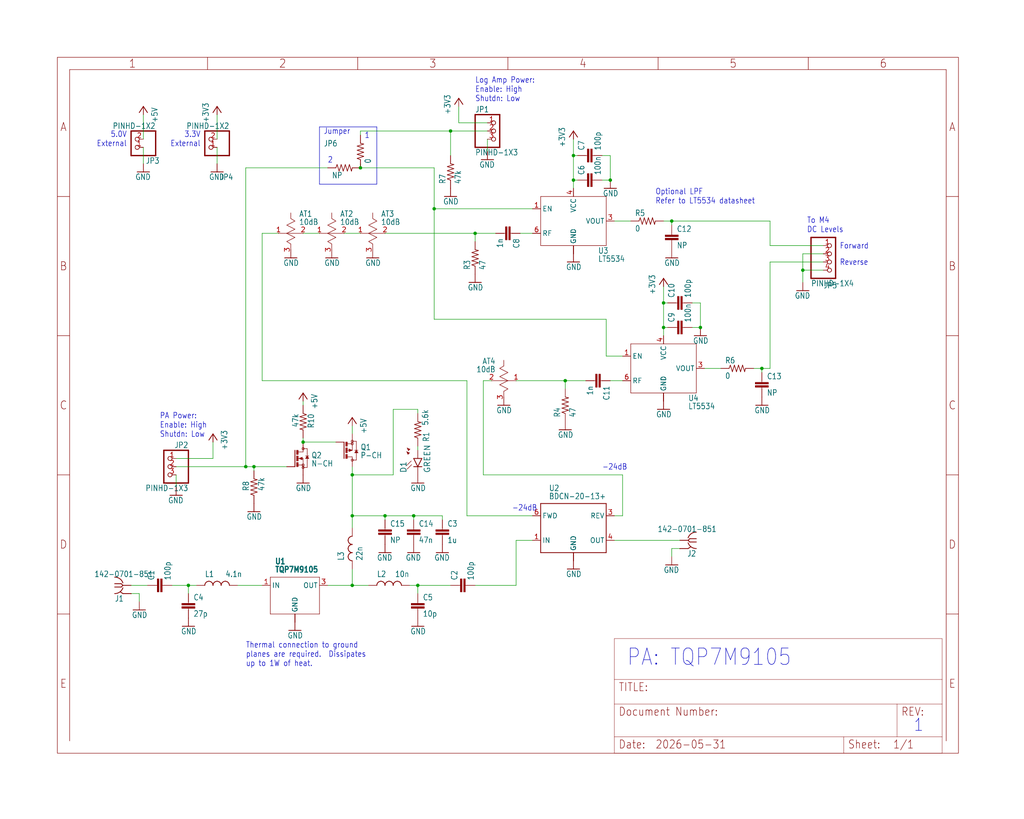
<source format=kicad_sch>
(kicad_sch (version 20250114) (generator "eeschema") (generator_version "9.0")
  (paper "User" 317.5 254.127)
  (lib_symbols
    (symbol "amp-PA-TQP7M9105-with-detect-eagle-import:+3V3" (power)
      (symbol "+3V3_1_0"
        (pin power_in line (at 0 -2.54 90) (length 2.54) (name "+3V3") (number "1"))
      )
    )
    (symbol "amp-PA-TQP7M9105-with-detect-eagle-import:+5V" (power)
      (symbol "+5V_1_0"
        (pin power_in line (at 0 -2.54 90) (length 2.54) (name "+5V") (number "1"))
      )
    )
    (symbol "amp-PA-TQP7M9105-with-detect-eagle-import:142-0701-851"
      (property "Reference" "J" (at -2.54 -5.08 0))
      (symbol "142-0701-851_1_0"
        (pin bidirectional line (at 2.54 0 180) (length 0) (name "RF") (number "RF1"))
        (pin bidirectional line (at 2.54 -2.54 180) (length 0) (name "GND") (number "GND1"))
        (pin bidirectional line (at 2.54 -2.54 180) (length 0) (name "GND") (number "GND2"))
        (pin bidirectional line (at 2.54 -2.54 180) (length 0) (name "GND") (number "GND3"))
        (pin bidirectional line (at 2.54 -2.54 180) (length 0) (name "GND") (number "GND4"))
      )
    )
    (symbol "amp-PA-TQP7M9105-with-detect-eagle-import:BDCN-20-13+"
      (property "Reference" "U" (at 6.35 -10.16 0))
      (symbol "BDCN-20-13+_1_0"
        (pin output line (at -12.7 3.81 0) (length 2.54) (name "FWD") (number "6"))
        (pin input line (at -12.7 -3.81 0) (length 2.54) (name "IN") (number "1"))
        (pin power_in line (at 0 -10.16 90) (length 2.54) (name "GND") (number "2"))
        (pin power_in line (at 0 -10.16 90) (length 2.54) (name "GND") (number "5"))
        (pin output line (at 12.7 3.81 180) (length 2.54) (name "REV") (number "3"))
        (pin output line (at 12.7 -3.81 180) (length 2.54) (name "OUT") (number "4"))
      )
    )
    (symbol "amp-PA-TQP7M9105-with-detect-eagle-import:BSS123"
      (property "Reference" "Q" (at 2.54 0 0))
      (symbol "BSS123_1_0"
        (pin passive line (at -5.08 -2.54 0) (length 2.54) (name "G") (number "1"))
        (pin passive line (at 0 5.08 270) (length 2.54) (name "D") (number "3"))
        (pin passive line (at 0 -5.08 90) (length 2.54) (name "S") (number "2"))
      )
    )
    (symbol "amp-PA-TQP7M9105-with-detect-eagle-import:BSS84"
      (property "Reference" "Q" (at 2.54 0 0))
      (symbol "BSS84_1_0"
        (pin passive line (at -5.08 2.54 0) (length 2.54) (name "G") (number "1"))
        (pin passive line (at 0 5.08 270) (length 2.54) (name "S") (number "2"))
        (pin passive line (at 0 -5.08 90) (length 2.54) (name "D") (number "3"))
      )
    )
    (symbol "amp-PA-TQP7M9105-with-detect-eagle-import:C-EU0402-C-NOSILK"
      (property "Reference" "C" (at 1.524 0.381 0))
      (symbol "C-EU0402-C-NOSILK_1_0"
        (pin passive line (at 0 2.54 270) (length 2.54) (name "1") (number "1"))
        (pin passive line (at 0 -5.08 90) (length 2.54) (name "2") (number "2"))
      )
    )
    (symbol "amp-PA-TQP7M9105-with-detect-eagle-import:C-EU0603-B-NOSILK"
      (property "Reference" "C" (at 1.524 0.381 0))
      (symbol "C-EU0603-B-NOSILK_1_0"
        (pin passive line (at 0 2.54 270) (length 2.54) (name "1") (number "1"))
        (pin passive line (at 0 -5.08 90) (length 2.54) (name "2") (number "2"))
      )
    )
    (symbol "amp-PA-TQP7M9105-with-detect-eagle-import:C-EU0603-C-NOSILK"
      (property "Reference" "C" (at 1.524 0.381 0))
      (symbol "C-EU0603-C-NOSILK_1_0"
        (pin passive line (at 0 2.54 270) (length 2.54) (name "1") (number "1"))
        (pin passive line (at 0 -5.08 90) (length 2.54) (name "2") (number "2"))
      )
    )
    (symbol "amp-PA-TQP7M9105-with-detect-eagle-import:FRAME_A_L"
      (symbol "FRAME_A_L_1_0"
        (text "A" (at 1.905 194.31 0) (effects (font (size 2.54 2.286))))
        (text "B" (at 1.905 151.13 0) (effects (font (size 2.54 2.286))))
        (text "C" (at 1.905 107.95 0) (effects (font (size 2.54 2.286))))
        (text "D" (at 1.905 64.77 0) (effects (font (size 2.54 2.286))))
        (text "E" (at 1.905 21.59 0) (effects (font (size 2.54 2.286))))
        (text "1" (at 23.2833 213.995 0) (effects (font (size 2.54 2.286))))
        (text "2" (at 69.85 213.995 0) (effects (font (size 2.54 2.286))))
        (text "3" (at 116.4167 213.995 0) (effects (font (size 2.54 2.286))))
        (text "4" (at 162.9833 213.995 0) (effects (font (size 2.54 2.286))))
        (text "5" (at 209.55 213.995 0) (effects (font (size 2.54 2.286))))
        (text "6" (at 256.1167 213.995 0) (effects (font (size 2.54 2.286))))
        (text "A" (at 277.495 194.31 0) (effects (font (size 2.54 2.286))))
        (text "B" (at 277.495 151.13 0) (effects (font (size 2.54 2.286))))
        (text "C" (at 277.495 107.95 0) (effects (font (size 2.54 2.286))))
        (text "D" (at 277.495 64.77 0) (effects (font (size 2.54 2.286))))
        (text "E" (at 277.495 21.59 0) (effects (font (size 2.54 2.286))))
      )
      (symbol "FRAME_A_L_2_0"
        (text "TITLE:" (at 1.27 19.05 0) (effects (font (size 2.54 2.159)) (justify left bottom)))
        (text "Document Number:" (at 1.27 11.43 0) (effects (font (size 2.54 2.159)) (justify left bottom)))
        (text "Date:" (at 1.27 1.27 0) (effects (font (size 2.54 2.159)) (justify left bottom)))
        (text "${CURRENT_DATE}" (at 12.7 1.27 0) (effects (font (size 2.54 2.159)) (justify left bottom)))
        (text "${PROJECTNAME}" (at 17.78 19.05 0) (effects (font (size 2.54 2.159)) (justify left bottom)))
        (text "Sheet:" (at 72.39 1.27 0) (effects (font (size 2.54 2.159)) (justify left bottom)))
        (text "${#}/${##}" (at 86.36 1.27 0) (effects (font (size 2.54 2.159)) (justify left bottom)))
        (text "REV:" (at 88.9 11.43 0) (effects (font (size 2.54 2.159)) (justify left bottom)))
      )
    )
    (symbol "amp-PA-TQP7M9105-with-detect-eagle-import:GND" (power)
      (symbol "GND_1_0"
        (pin power_in line (at 0 2.54 270) (length 2.54) (name "GND") (number "1"))
      )
    )
    (symbol "amp-PA-TQP7M9105-with-detect-eagle-import:L-US0402-C-NOSILK"
      (property "Reference" "L" (at -5.08 2.54 0))
      (symbol "L-US0402-C-NOSILK_1_0"
        (pin passive line (at -7.62 0 0) (length 2.54) (name "1") (number "1"))
        (pin passive line (at 5.08 0 180) (length 2.54) (name "2") (number "2"))
      )
    )
    (symbol "amp-PA-TQP7M9105-with-detect-eagle-import:L-US0603-C-NOSILK"
      (property "Reference" "L" (at -5.08 2.54 0))
      (symbol "L-US0603-C-NOSILK_1_0"
        (pin passive line (at -7.62 0 0) (length 2.54) (name "1") (number "1"))
        (pin passive line (at 5.08 0 180) (length 2.54) (name "2") (number "2"))
      )
    )
    (symbol "amp-PA-TQP7M9105-with-detect-eagle-import:L-US0805-C-NOSILK"
      (property "Reference" "L" (at -5.08 2.54 0))
      (symbol "L-US0805-C-NOSILK_1_0"
        (pin passive line (at -7.62 0 0) (length 2.54) (name "1") (number "1"))
        (pin passive line (at 5.08 0 180) (length 2.54) (name "2") (number "2"))
      )
    )
    (symbol "amp-PA-TQP7M9105-with-detect-eagle-import:LED-GREEN0603"
      (property "Reference" "D" (at -3.429 -4.572 90))
      (symbol "LED-GREEN0603_1_0"
        (pin passive line (at 0 2.54 270) (length 2.54) (name "A") (number "A"))
        (pin passive line (at 0 -5.08 90) (length 2.54) (name "C") (number "C"))
      )
    )
    (symbol "amp-PA-TQP7M9105-with-detect-eagle-import:LT5534"
      (property "Reference" "U" (at 7.62 -10.16 0))
      (symbol "LT5534_1_0"
        (pin input line (at -12.7 3.81 0) (length 2.54) (name "EN") (number "1"))
        (pin input line (at -12.7 -3.81 0) (length 2.54) (name "RF") (number "6"))
        (pin power_in line (at 0 10.16 270) (length 2.54) (name "VCC") (number "4"))
        (pin power_in line (at 0 -10.16 90) (length 2.54) (name "GND") (number "2"))
        (pin power_in line (at 0 -10.16 90) (length 2.54) (name "GND") (number "5"))
        (pin output line (at 12.7 0 180) (length 2.54) (name "VOUT") (number "3"))
      )
    )
    (symbol "amp-PA-TQP7M9105-with-detect-eagle-import:PAT0816"
      (property "Reference" "AT" (at 2.54 5.08 0))
      (symbol "PAT0816_1_0"
        (pin bidirectional line (at -3.81 0 0) (length 0) (name "1") (number "1"))
        (pin power_in line (at 0 -5.08 90) (length 0) (name "GND") (number "3"))
        (pin bidirectional line (at 3.81 0 180) (length 0) (name "2") (number "2"))
      )
    )
    (symbol "amp-PA-TQP7M9105-with-detect-eagle-import:PAT1220"
      (property "Reference" "AT" (at 2.54 5.08 0))
      (symbol "PAT1220_1_0"
        (pin bidirectional line (at -3.81 0 0) (length 0) (name "1") (number "1"))
        (pin power_in line (at 0 -5.08 90) (length 0) (name "GND") (number "3"))
        (pin bidirectional line (at 3.81 0 180) (length 0) (name "2") (number "2"))
      )
    )
    (symbol "amp-PA-TQP7M9105-with-detect-eagle-import:PINHD-1X2"
      (property "Reference" "JP" (at -6.35 5.715 0))
      (symbol "PINHD-1X2_1_0"
        (pin passive inverted (at -2.54 2.54 0) (length 2.54) (name "1") (number "1"))
        (pin passive inverted (at -2.54 0 0) (length 2.54) (name "2") (number "2"))
      )
    )
    (symbol "amp-PA-TQP7M9105-with-detect-eagle-import:PINHD-1X3"
      (property "Reference" "JP" (at -6.35 5.715 0))
      (symbol "PINHD-1X3_1_0"
        (pin passive inverted (at -2.54 2.54 0) (length 2.54) (name "1") (number "1"))
        (pin passive inverted (at -2.54 0 0) (length 2.54) (name "2") (number "2"))
        (pin passive inverted (at -2.54 -2.54 0) (length 2.54) (name "3") (number "3"))
      )
    )
    (symbol "amp-PA-TQP7M9105-with-detect-eagle-import:PINHD-1X4"
      (property "Reference" "JP" (at -6.35 8.255 0))
      (symbol "PINHD-1X4_1_0"
        (pin passive inverted (at -2.54 5.08 0) (length 2.54) (name "1") (number "1"))
        (pin passive inverted (at -2.54 2.54 0) (length 2.54) (name "2") (number "2"))
        (pin passive inverted (at -2.54 0 0) (length 2.54) (name "3") (number "3"))
        (pin passive inverted (at -2.54 -2.54 0) (length 2.54) (name "4") (number "4"))
      )
    )
    (symbol "amp-PA-TQP7M9105-with-detect-eagle-import:R-US_0402-B-NOSILK"
      (property "Reference" "R" (at -3.81 1.4986 0))
      (symbol "R-US_0402-B-NOSILK_1_0"
        (pin passive line (at -5.08 0 0) (length 2.54) (name "1") (number "1"))
        (pin passive line (at 5.08 0 180) (length 2.54) (name "2") (number "2"))
      )
    )
    (symbol "amp-PA-TQP7M9105-with-detect-eagle-import:R-US_0402-C-NOSILK"
      (property "Reference" "R" (at -3.81 1.4986 0))
      (symbol "R-US_0402-C-NOSILK_1_0"
        (pin passive line (at -5.08 0 0) (length 2.54) (name "1") (number "1"))
        (pin passive line (at 5.08 0 180) (length 2.54) (name "2") (number "2"))
      )
    )
    (symbol "amp-PA-TQP7M9105-with-detect-eagle-import:R-US_0603-B-NOSILK"
      (property "Reference" "R" (at -3.81 1.4986 0))
      (symbol "R-US_0603-B-NOSILK_1_0"
        (pin passive line (at -5.08 0 0) (length 2.54) (name "1") (number "1"))
        (pin passive line (at 5.08 0 180) (length 2.54) (name "2") (number "2"))
      )
    )
    (symbol "amp-PA-TQP7M9105-with-detect-eagle-import:TQP7M9105"
      (property "Reference" "U" (at -2.54 7.62 0))
      (symbol "TQP7M9105_1_0"
        (pin bidirectional line (at -10.16 3.81 0) (length 2.54) (name "IN") (number "1"))
        (pin power_in line (at 0 -7.62 90) (length 2.54) (name "GND") (number "2"))
        (pin power_in line (at 0 -7.62 90) (length 2.54) (name "GND") (number "PAD"))
        (pin bidirectional line (at 10.16 3.81 180) (length 2.54) (name "OUT") (number "3"))
      )
    )
    (symbol "amp-PA-TQP7M9105-with-detect-eagle-import:supply1_371_GND" (power)
      (symbol "supply1_371_GND_1_0"
        (pin power_in line (at 0 2.54 270) (length 2.54) (name "GND") (number "1"))
      )
    )
  )
  (text "PA: TQP7M9105" (at 194.31 207.01 0) (effects (font (size 5.08 4.318)) (justify left bottom)))
  (text "1" (at 113.03 43.18 0) (effects (font (size 1.778 1.5113)) (justify left bottom)))
  (text "To M4\nDC Levels" (at 250.19 72.39 0) (effects (font (size 1.778 1.5113)) (justify left bottom)))
  (text "2" (at 101.6 50.8 0) (effects (font (size 1.778 1.5113)) (justify left bottom)))
  (text "-24dB" (at 186.69 146.05 0) (effects (font (size 1.778 1.5113)) (justify left bottom)))
  (text "Forward" (at 260.35 77.47 0) (effects (font (size 1.778 1.5113)) (justify left bottom)))
  (text "PA Power:\nEnable: High\nShutdn: Low" (at 49.53 135.89 0) (effects (font (size 1.778 1.5113)) (justify left bottom)))
  (text "Optional LPF\nRefer to LT5534 datasheet" (at 203.2 63.5 0) (effects (font (size 1.778 1.5113)) (justify left bottom)))
  (text "Jumper" (at 100.33 41.91 0) (effects (font (size 1.778 1.5113)) (justify left bottom)))
  (text "3.3V\nExternal" (at 62.23 45.72 0) (effects (font (size 1.778 1.5113)) (justify right bottom)))
  (text "Thermal connection to ground\nplanes are required.  Dissipates\nup to 1W of heat." (at 76.2 207.01 0) (effects (font (size 1.778 1.5113)) (justify left bottom)))
  (text "Reverse" (at 260.35 82.55 0) (effects (font (size 1.778 1.5113)) (justify left bottom)))
  (text "-24dB" (at 158.75 158.75 0) (effects (font (size 1.778 1.5113)) (justify left bottom)))
  (text "Log Amp Power:\nEnable: High\nShutdn: Low" (at 147.32 31.75 0) (effects (font (size 1.778 1.5113)) (justify left bottom)))
  (text "5.0V\nExternal" (at 39.37 45.72 0) (effects (font (size 1.778 1.5113)) (justify right bottom)))
  (text "1" (at 283.21 227.33 0) (effects (font (size 3.81 3.2385)) (justify left bottom)))
  (junction (at 217.17 101.6))
  (junction (at 175.26 118.11))
  (junction (at 134.62 64.77))
  (junction (at 109.22 160.02))
  (junction (at 78.74 144.78))
  (junction (at 248.92 83.82))
  (junction (at 128.27 160.02))
  (junction (at 147.32 72.39))
  (junction (at 58.42 181.61))
  (junction (at 111.76 52.07))
  (junction (at 139.7 40.64))
  (junction (at 205.74 93.98))
  (junction (at 119.38 160.02))
  (junction (at 93.98 137.16))
  (junction (at 109.22 181.61))
  (junction (at 177.8 48.26))
  (junction (at 177.8 55.88))
  (junction (at 129.54 181.61))
  (junction (at 236.22 114.3))
  (junction (at 189.23 55.88))
  (junction (at 109.22 147.32))
  (junction (at 205.74 101.6))
  (junction (at 208.28 68.58))
  (junction (at 76.2 144.78))
  (wire (pts (xy 93.98 135.89) (xy 93.98 137.16)) (stroke (width 0.1524)))
  (wire (pts (xy 93.98 124.46) (xy 93.98 125.73)) (stroke (width 0.1524)))
  (wire (pts (xy 160.02 181.61) (xy 160.02 167.64)) (stroke (width 0.1524)))
  (wire (pts (xy 160.02 118.11) (xy 175.26 118.11)) (stroke (width 0.1524)))
  (wire (pts (xy 66.04 142.24) (xy 54.61 142.24)) (stroke (width 0.1524)))
  (wire (pts (xy 109.22 160.02) (xy 109.22 163.83)) (stroke (width 0.1524)))
  (wire (pts (xy 43.18 186.69) (xy 43.18 184.15)) (stroke (width 0.1524)))
  (wire (pts (xy 160.02 167.64) (xy 165.1 167.64)) (stroke (width 0.1524)))
  (wire (pts (xy 78.74 144.78) (xy 88.9 144.78)) (stroke (width 0.1524)))
  (wire (pts (xy 119.38 160.02) (xy 109.22 160.02)) (stroke (width 0.1524)))
  (wire (pts (xy 238.76 76.2) (xy 238.76 68.58)) (stroke (width 0.1524)))
  (wire (pts (xy 186.69 55.88) (xy 189.23 55.88)) (stroke (width 0.1524)))
  (wire (pts (xy 134.62 64.77) (xy 165.1 64.77)) (stroke (width 0.1524)))
  (wire (pts (xy 129.54 127) (xy 129.54 128.27)) (stroke (width 0.1524)))
  (wire (pts (xy 214.63 93.98) (xy 217.17 93.98)) (stroke (width 0.1524)))
  (wire (pts (xy 165.1 160.02) (xy 144.78 160.02)) (stroke (width 0.1524)))
  (wire (pts (xy 151.13 40.64) (xy 139.7 40.64)) (stroke (width 0.1524)))
  (wire (pts (xy 208.28 68.58) (xy 238.76 68.58)) (stroke (width 0.1524)))
  (wire (pts (xy 134.62 64.77) (xy 134.62 99.06)) (stroke (width 0.1524)))
  (wire (pts (xy 119.38 72.39) (xy 147.32 72.39)) (stroke (width 0.1524)))
  (wire (pts (xy 93.98 72.39) (xy 99.06 72.39)) (stroke (width 0.1524)))
  (wire (pts (xy 137.16 161.29) (xy 137.16 160.02)) (stroke (width 0.1524)))
  (wire (pts (xy 111.76 52.07) (xy 134.62 52.07)) (stroke (width 0.1524)))
  (wire (pts (xy 175.26 118.11) (xy 181.61 118.11)) (stroke (width 0.1524)))
  (wire (pts (xy 78.74 146.05) (xy 78.74 144.78)) (stroke (width 0.1524)))
  (wire (pts (xy 179.07 48.26) (xy 177.8 48.26)) (stroke (width 0.1524)))
  (wire (pts (xy 134.62 99.06) (xy 187.96 99.06)) (stroke (width 0.1524)))
  (wire (pts (xy 205.74 68.58) (xy 208.28 68.58)) (stroke (width 0.1524)))
  (wire (pts (xy 177.8 43.18) (xy 177.8 48.26)) (stroke (width 0.1524)))
  (wire (pts (xy 236.22 114.3) (xy 238.76 114.3)) (stroke (width 0.1524)))
  (wire (pts (xy 151.13 38.1) (xy 142.24 38.1)) (stroke (width 0.1524)))
  (wire (pts (xy 134.62 52.07) (xy 134.62 64.77)) (stroke (width 0.1524)))
  (wire (pts (xy 205.74 104.14) (xy 205.74 101.6)) (stroke (width 0.1524)))
  (wire (pts (xy 177.8 48.26) (xy 177.8 55.88)) (stroke (width 0.1524)))
  (wire (pts (xy 119.38 160.02) (xy 128.27 160.02)) (stroke (width 0.1524)))
  (polyline (pts (xy 99.06 57.15) (xy 99.06 39.37)) (stroke (width 0.1524) (type solid)))
  (wire (pts (xy 189.23 48.26) (xy 189.23 55.88)) (stroke (width 0.1524)))
  (wire (pts (xy 187.96 110.49) (xy 193.04 110.49)) (stroke (width 0.1524)))
  (wire (pts (xy 109.22 144.78) (xy 109.22 147.32)) (stroke (width 0.1524)))
  (wire (pts (xy 214.63 101.6) (xy 217.17 101.6)) (stroke (width 0.1524)))
  (wire (pts (xy 109.22 132.08) (xy 109.22 134.62)) (stroke (width 0.1524)))
  (wire (pts (xy 66.04 137.16) (xy 66.04 142.24)) (stroke (width 0.1524)))
  (wire (pts (xy 190.5 68.58) (xy 195.58 68.58)) (stroke (width 0.1524)))
  (wire (pts (xy 101.6 52.07) (xy 76.2 52.07)) (stroke (width 0.1524)))
  (wire (pts (xy 109.22 147.32) (xy 121.92 147.32)) (stroke (width 0.1524)))
  (wire (pts (xy 187.96 99.06) (xy 187.96 110.49)) (stroke (width 0.1524)))
  (wire (pts (xy 67.31 43.18) (xy 67.31 35.56)) (stroke (width 0.1524)))
  (wire (pts (xy 43.18 184.15) (xy 40.64 184.15)) (stroke (width 0.1524)))
  (wire (pts (xy 255.27 76.2) (xy 238.76 76.2)) (stroke (width 0.1524)))
  (wire (pts (xy 205.74 93.98) (xy 205.74 101.6)) (stroke (width 0.1524)))
  (wire (pts (xy 40.64 181.61) (xy 45.72 181.61)) (stroke (width 0.1524)))
  (wire (pts (xy 149.86 118.11) (xy 152.4 118.11)) (stroke (width 0.1524)))
  (wire (pts (xy 161.29 72.39) (xy 165.1 72.39)) (stroke (width 0.1524)))
  (wire (pts (xy 109.22 147.32) (xy 109.22 160.02)) (stroke (width 0.1524)))
  (wire (pts (xy 58.42 184.15) (xy 58.42 181.61)) (stroke (width 0.1524)))
  (wire (pts (xy 175.26 120.65) (xy 175.26 118.11)) (stroke (width 0.1524)))
  (wire (pts (xy 205.74 88.9) (xy 205.74 93.98)) (stroke (width 0.1524)))
  (wire (pts (xy 144.78 118.11) (xy 81.28 118.11)) (stroke (width 0.1524)))
  (wire (pts (xy 67.31 50.8) (xy 67.31 45.72)) (stroke (width 0.1524)))
  (wire (pts (xy 193.04 160.02) (xy 190.5 160.02)) (stroke (width 0.1524)))
  (wire (pts (xy 44.45 50.8) (xy 44.45 45.72)) (stroke (width 0.1524)))
  (wire (pts (xy 142.24 38.1) (xy 142.24 33.02)) (stroke (width 0.1524)))
  (wire (pts (xy 208.28 172.72) (xy 208.28 170.18)) (stroke (width 0.1524)))
  (wire (pts (xy 186.69 48.26) (xy 189.23 48.26)) (stroke (width 0.1524)))
  (wire (pts (xy 119.38 161.29) (xy 119.38 160.02)) (stroke (width 0.1524)))
  (wire (pts (xy 129.54 184.15) (xy 129.54 181.61)) (stroke (width 0.1524)))
  (wire (pts (xy 111.76 41.91) (xy 111.76 40.64)) (stroke (width 0.1524)))
  (wire (pts (xy 147.32 181.61) (xy 160.02 181.61)) (stroke (width 0.1524)))
  (wire (pts (xy 106.68 72.39) (xy 111.76 72.39)) (stroke (width 0.1524)))
  (polyline (pts (xy 116.84 39.37) (xy 116.84 57.15)) (stroke (width 0.1524) (type solid)))
  (wire (pts (xy 248.92 78.74) (xy 248.92 83.82)) (stroke (width 0.1524)))
  (wire (pts (xy 139.7 40.64) (xy 111.76 40.64)) (stroke (width 0.1524)))
  (wire (pts (xy 109.22 181.61) (xy 114.3 181.61)) (stroke (width 0.1524)))
  (polyline (pts (xy 116.84 57.15) (xy 99.06 57.15)) (stroke (width 0.1524) (type solid)))
  (wire (pts (xy 238.76 81.28) (xy 238.76 114.3)) (stroke (width 0.1524)))
  (wire (pts (xy 121.92 127) (xy 129.54 127)) (stroke (width 0.1524)))
  (wire (pts (xy 109.22 176.53) (xy 109.22 181.61)) (stroke (width 0.1524)))
  (wire (pts (xy 54.61 144.78) (xy 76.2 144.78)) (stroke (width 0.1524)))
  (wire (pts (xy 255.27 78.74) (xy 248.92 78.74)) (stroke (width 0.1524)))
  (wire (pts (xy 208.28 170.18) (xy 210.82 170.18)) (stroke (width 0.1524)))
  (wire (pts (xy 128.27 161.29) (xy 128.27 160.02)) (stroke (width 0.1524)))
  (wire (pts (xy 139.7 48.26) (xy 139.7 40.64)) (stroke (width 0.1524)))
  (wire (pts (xy 177.8 55.88) (xy 179.07 55.88)) (stroke (width 0.1524)))
  (wire (pts (xy 151.13 46.99) (xy 151.13 43.18)) (stroke (width 0.1524)))
  (wire (pts (xy 101.6 181.61) (xy 109.22 181.61)) (stroke (width 0.1524)))
  (polyline (pts (xy 99.06 39.37) (xy 116.84 39.37)) (stroke (width 0.1524) (type solid)))
  (wire (pts (xy 190.5 167.64) (xy 210.82 167.64)) (stroke (width 0.1524)))
  (wire (pts (xy 177.8 58.42) (xy 177.8 55.88)) (stroke (width 0.1524)))
  (wire (pts (xy 76.2 144.78) (xy 78.74 144.78)) (stroke (width 0.1524)))
  (wire (pts (xy 81.28 118.11) (xy 81.28 72.39)) (stroke (width 0.1524)))
  (wire (pts (xy 147.32 74.93) (xy 147.32 72.39)) (stroke (width 0.1524)))
  (wire (pts (xy 81.28 181.61) (xy 73.66 181.61)) (stroke (width 0.1524)))
  (wire (pts (xy 193.04 147.32) (xy 193.04 160.02)) (stroke (width 0.1524)))
  (wire (pts (xy 129.54 138.43) (xy 129.54 139.7)) (stroke (width 0.1524)))
  (wire (pts (xy 236.22 115.57) (xy 236.22 114.3)) (stroke (width 0.1524)))
  (wire (pts (xy 147.32 72.39) (xy 153.67 72.39)) (stroke (width 0.1524)))
  (wire (pts (xy 189.23 118.11) (xy 193.04 118.11)) (stroke (width 0.1524)))
  (wire (pts (xy 86.36 72.39) (xy 81.28 72.39)) (stroke (width 0.1524)))
  (wire (pts (xy 205.74 101.6) (xy 207.01 101.6)) (stroke (width 0.1524)))
  (wire (pts (xy 255.27 81.28) (xy 238.76 81.28)) (stroke (width 0.1524)))
  (wire (pts (xy 149.86 147.32) (xy 193.04 147.32)) (stroke (width 0.1524)))
  (wire (pts (xy 129.54 181.61) (xy 139.7 181.61)) (stroke (width 0.1524)))
  (wire (pts (xy 58.42 181.61) (xy 53.34 181.61)) (stroke (width 0.1524)))
  (wire (pts (xy 207.01 93.98) (xy 205.74 93.98)) (stroke (width 0.1524)))
  (wire (pts (xy 218.44 114.3) (xy 223.52 114.3)) (stroke (width 0.1524)))
  (wire (pts (xy 255.27 83.82) (xy 248.92 83.82)) (stroke (width 0.1524)))
  (wire (pts (xy 121.92 147.32) (xy 121.92 127)) (stroke (width 0.1524)))
  (wire (pts (xy 208.28 69.85) (xy 208.28 68.58)) (stroke (width 0.1524)))
  (wire (pts (xy 93.98 137.16) (xy 104.14 137.16)) (stroke (width 0.1524)))
  (wire (pts (xy 127 181.61) (xy 129.54 181.61)) (stroke (width 0.1524)))
  (wire (pts (xy 149.86 118.11) (xy 149.86 147.32)) (stroke (width 0.1524)))
  (wire (pts (xy 111.76 50.8) (xy 111.76 52.07)) (stroke (width 0.1524)))
  (wire (pts (xy 54.61 147.32) (xy 54.61 151.13)) (stroke (width 0.1524)))
  (wire (pts (xy 60.96 181.61) (xy 58.42 181.61)) (stroke (width 0.1524)))
  (wire (pts (xy 44.45 43.18) (xy 44.45 35.56)) (stroke (width 0.1524)))
  (wire (pts (xy 76.2 52.07) (xy 76.2 144.78)) (stroke (width 0.1524)))
  (wire (pts (xy 144.78 160.02) (xy 144.78 118.11)) (stroke (width 0.1524)))
  (wire (pts (xy 233.68 114.3) (xy 236.22 114.3)) (stroke (width 0.1524)))
  (wire (pts (xy 248.92 83.82) (xy 248.92 87.63)) (stroke (width 0.1524)))
  (wire (pts (xy 217.17 93.98) (xy 217.17 101.6)) (stroke (width 0.1524)))
  (wire (pts (xy 128.27 160.02) (xy 137.16 160.02)) (stroke (width 0.1524)))
  (symbol (lib_id "amp-PA-TQP7M9105-with-detect-eagle-import:supply1_371_GND") (at 177.8 81.28 0) (mirror y) (unit 1)
    (property "Reference" "#GND9" (effects (hide yes)))
    (property "Value" "GND" (at 180.34 83.82 0) (effects (font (size 1.778 1.5113)) (justify left bottom)))
  )
  (symbol (lib_id "amp-PA-TQP7M9105-with-detect-eagle-import:C-EU0402-C-NOSILK") (at 58.42 186.69 0) (unit 1)
    (property "Reference" "C4" (at 59.944 186.309 0) (effects (font (size 1.778 1.5113)) (justify left bottom)))
    (property "Value" "27p" (at 59.944 191.389 0) (effects (font (size 1.778 1.5113)) (justify left bottom)))
    (property "Footprint" "amp-PA-TQP7M9105-with-detect:.0402-C-NOSILK" (effects (hide yes)))
  )
  (symbol (lib_id "amp-PA-TQP7M9105-with-detect-eagle-import:C-EU0402-C-NOSILK") (at 158.75 72.39 270) (unit 1)
    (property "Reference" "C8" (at 159.131 73.914 0) (effects (font (size 1.778 1.5113)) (justify left bottom)))
    (property "Value" "1n" (at 154.051 73.914 0) (effects (font (size 1.778 1.5113)) (justify left bottom)))
    (property "Footprint" "amp-PA-TQP7M9105-with-detect:.0402-C-NOSILK" (effects (hide yes)))
  )
  (symbol (lib_id "amp-PA-TQP7M9105-with-detect-eagle-import:R-US_0603-B-NOSILK") (at 106.68 52.07 0) (unit 1)
    (property "Reference" "JP6" (at 100.33 45.4914 0) (effects (font (size 1.778 1.5113)) (justify left bottom)))
    (property "Value" "NP" (at 102.87 55.372 0) (effects (font (size 1.778 1.5113)) (justify left bottom)))
    (property "Footprint" "amp-PA-TQP7M9105-with-detect:.0603-B-NOSILK" (effects (hide yes)))
  )
  (symbol (lib_id "amp-PA-TQP7M9105-with-detect-eagle-import:supply1_371_GND") (at 67.31 53.34 0) (unit 1)
    (property "Reference" "#GND45" (effects (hide yes)))
    (property "Value" "GND" (at 64.77 55.88 0) (effects (font (size 1.778 1.5113)) (justify left bottom)))
  )
  (symbol (lib_id "amp-PA-TQP7M9105-with-detect-eagle-import:supply1_371_GND") (at 147.32 87.63 0) (mirror y) (unit 1)
    (property "Reference" "#GND12" (effects (hide yes)))
    (property "Value" "GND" (at 149.86 90.17 0) (effects (font (size 1.778 1.5113)) (justify left bottom)))
  )
  (symbol (lib_id "amp-PA-TQP7M9105-with-detect-eagle-import:PINHD-1X2") (at 41.91 43.18 180) (unit 1)
    (property "Reference" "JP3" (at 49.53 48.895 0) (effects (font (size 1.778 1.5113)) (justify left bottom)))
    (property "Value" "PINHD-1X2" (at 48.26 38.1 0) (effects (font (size 1.778 1.5113)) (justify left bottom)))
    (property "Footprint" "amp-PA-TQP7M9105-with-detect:1X02" (effects (hide yes)))
  )
  (symbol (lib_id "amp-PA-TQP7M9105-with-detect-eagle-import:R-US_0402-B-NOSILK") (at 93.98 130.81 270) (unit 1)
    (property "Reference" "R10" (at 95.4786 128.27 0) (effects (font (size 1.778 1.5113)) (justify left bottom)))
    (property "Value" "47k" (at 90.678 128.27 0) (effects (font (size 1.778 1.5113)) (justify left bottom)))
    (property "Footprint" "amp-PA-TQP7M9105-with-detect:.0402-B-NOSILK" (effects (hide yes)))
  )
  (symbol (lib_id "amp-PA-TQP7M9105-with-detect-eagle-import:supply1_371_GND") (at 236.22 125.73 0) (mirror y) (unit 1)
    (property "Reference" "#GND22" (effects (hide yes)))
    (property "Value" "GND" (at 238.76 128.27 0) (effects (font (size 1.778 1.5113)) (justify left bottom)))
  )
  (symbol (lib_id "amp-PA-TQP7M9105-with-detect-eagle-import:BSS123") (at 93.98 142.24 0) (unit 1)
    (property "Reference" "Q2" (at 96.52 142.24 0) (effects (font (size 1.778 1.5113)) (justify left bottom)))
    (property "Value" "N-CH" (at 96.52 144.78 0) (effects (font (size 1.778 1.5113)) (justify left bottom)))
    (property "Footprint" "amp-PA-TQP7M9105-with-detect:SOT23" (effects (hide yes)))
  )
  (symbol (lib_id "amp-PA-TQP7M9105-with-detect-eagle-import:L-US0805-C-NOSILK") (at 109.22 168.91 90) (unit 1)
    (property "Reference" "L3" (at 106.68 173.99 0) (effects (font (size 1.778 1.5113)) (justify left bottom)))
    (property "Value" "22n" (at 110.49 173.99 0) (effects (font (size 1.778 1.5113)) (justify left top)))
    (property "Footprint" "amp-PA-TQP7M9105-with-detect:.0805-C-NOSILK" (effects (hide yes)))
  )
  (symbol (lib_id "amp-PA-TQP7M9105-with-detect-eagle-import:supply1_371_GND") (at 91.44 195.58 0) (mirror y) (unit 1)
    (property "Reference" "#GND2" (effects (hide yes)))
    (property "Value" "GND" (at 93.98 198.12 0) (effects (font (size 1.778 1.5113)) (justify left bottom)))
  )
  (symbol (lib_id "amp-PA-TQP7M9105-with-detect-eagle-import:supply1_371_GND") (at 129.54 194.31 0) (mirror y) (unit 1)
    (property "Reference" "#GND3" (effects (hide yes)))
    (property "Value" "GND" (at 132.08 196.85 0) (effects (font (size 1.778 1.5113)) (justify left bottom)))
  )
  (symbol (lib_id "amp-PA-TQP7M9105-with-detect-eagle-import:supply1_371_GND") (at 156.21 125.73 0) (mirror y) (unit 1)
    (property "Reference" "#GND20" (effects (hide yes)))
    (property "Value" "GND" (at 158.75 128.27 0) (effects (font (size 1.778 1.5113)) (justify left bottom)))
  )
  (symbol (lib_id "amp-PA-TQP7M9105-with-detect-eagle-import:supply1_371_GND") (at 177.8 176.53 0) (mirror y) (unit 1)
    (property "Reference" "#GND7" (effects (hide yes)))
    (property "Value" "GND" (at 180.34 179.07 0) (effects (font (size 1.778 1.5113)) (justify left bottom)))
  )
  (symbol (lib_id "amp-PA-TQP7M9105-with-detect-eagle-import:FRAME_A_L") (at 190.5 233.68 0) (unit 2)
    (property "Reference" "#FRAME2" (effects (hide yes)))
    (property "Value" "FRAME_A_L" (effects (hide yes)))
  )
  (symbol (lib_id "amp-PA-TQP7M9105-with-detect-eagle-import:R-US_0402-B-NOSILK") (at 139.7 53.34 90) (unit 1)
    (property "Reference" "R7" (at 138.2014 57.15 0) (effects (font (size 1.778 1.5113)) (justify left bottom)))
    (property "Value" "47k" (at 143.002 57.15 0) (effects (font (size 1.778 1.5113)) (justify left bottom)))
    (property "Footprint" "amp-PA-TQP7M9105-with-detect:.0402-B-NOSILK" (effects (hide yes)))
  )
  (symbol (lib_id "amp-PA-TQP7M9105-with-detect-eagle-import:supply1_371_GND") (at 208.28 80.01 0) (mirror y) (unit 1)
    (property "Reference" "#GND21" (effects (hide yes)))
    (property "Value" "GND" (at 210.82 82.55 0) (effects (font (size 1.778 1.5113)) (justify left bottom)))
  )
  (symbol (lib_id "amp-PA-TQP7M9105-with-detect-eagle-import:supply1_371_GND") (at 175.26 133.35 0) (mirror y) (unit 1)
    (property "Reference" "#GND15" (effects (hide yes)))
    (property "Value" "GND" (at 177.8 135.89 0) (effects (font (size 1.778 1.5113)) (justify left bottom)))
  )
  (symbol (lib_id "amp-PA-TQP7M9105-with-detect-eagle-import:R-US_0603-B-NOSILK") (at 111.76 46.99 90) (unit 1)
    (property "Reference" "R9" (effects (hide yes)))
    (property "Value" "0" (at 115.062 50.8 0) (effects (font (size 1.778 1.5113)) (justify left bottom)))
    (property "Footprint" "amp-PA-TQP7M9105-with-detect:.0603-B-NOSILK" (effects (hide yes)))
  )
  (symbol (lib_id "amp-PA-TQP7M9105-with-detect-eagle-import:C-EU0603-B-NOSILK") (at 119.38 163.83 0) (unit 1)
    (property "Reference" "C15" (at 120.904 163.449 0) (effects (font (size 1.778 1.5113)) (justify left bottom)))
    (property "Value" "NP" (at 120.904 168.529 0) (effects (font (size 1.778 1.5113)) (justify left bottom)))
    (property "Footprint" "amp-PA-TQP7M9105-with-detect:.0603-B-NOSILK" (effects (hide yes)))
  )
  (symbol (lib_id "amp-PA-TQP7M9105-with-detect-eagle-import:C-EU0603-B-NOSILK") (at 128.27 163.83 0) (unit 1)
    (property "Reference" "C14" (at 129.794 163.449 0) (effects (font (size 1.778 1.5113)) (justify left bottom)))
    (property "Value" "47n" (at 129.794 168.529 0) (effects (font (size 1.778 1.5113)) (justify left bottom)))
    (property "Footprint" "amp-PA-TQP7M9105-with-detect:.0603-B-NOSILK" (effects (hide yes)))
  )
  (symbol (lib_id "amp-PA-TQP7M9105-with-detect-eagle-import:R-US_0603-B-NOSILK") (at 200.66 68.58 0) (unit 1)
    (property "Reference" "R5" (at 196.85 67.0814 0) (effects (font (size 1.778 1.5113)) (justify left bottom)))
    (property "Value" "0" (at 196.85 71.882 0) (effects (font (size 1.778 1.5113)) (justify left bottom)))
    (property "Footprint" "amp-PA-TQP7M9105-with-detect:.0603-B-NOSILK" (effects (hide yes)))
  )
  (symbol (lib_id "amp-PA-TQP7M9105-with-detect-eagle-import:+5V") (at 109.22 129.54 0) (mirror y) (unit 1)
    (property "Reference" "#P+1" (effects (hide yes)))
    (property "Value" "+5V" (at 111.76 134.62 90) (effects (font (size 1.778 1.5113)) (justify left bottom)))
  )
  (symbol (lib_id "amp-PA-TQP7M9105-with-detect-eagle-import:R-US_0603-B-NOSILK") (at 129.54 133.35 90) (unit 1)
    (property "Reference" "R1" (at 133.1214 137.16 0) (effects (font (size 1.778 1.5113)) (justify left bottom)))
    (property "Value" "5.6k" (at 132.842 132.08 0) (effects (font (size 1.778 1.5113)) (justify left bottom)))
    (property "Footprint" "amp-PA-TQP7M9105-with-detect:.0603-B-NOSILK" (effects (hide yes)))
  )
  (symbol (lib_id "amp-PA-TQP7M9105-with-detect-eagle-import:supply1_371_GND") (at 217.17 104.14 0) (mirror y) (unit 1)
    (property "Reference" "#GND14" (effects (hide yes)))
    (property "Value" "GND" (at 219.71 106.68 0) (effects (font (size 1.778 1.5113)) (justify left bottom)))
  )
  (symbol (lib_id "amp-PA-TQP7M9105-with-detect-eagle-import:R-US_0402-C-NOSILK") (at 147.32 80.01 90) (unit 1)
    (property "Reference" "R3" (at 145.8214 83.82 0) (effects (font (size 1.778 1.5113)) (justify left bottom)))
    (property "Value" "47" (at 150.622 83.82 0) (effects (font (size 1.778 1.5113)) (justify left bottom)))
    (property "Footprint" "amp-PA-TQP7M9105-with-detect:.0402-C-NOSILK" (effects (hide yes)))
  )
  (symbol (lib_id "amp-PA-TQP7M9105-with-detect-eagle-import:LT5534") (at 205.74 114.3 0) (unit 1)
    (property "Reference" "U4" (at 213.36 124.46 0) (effects (font (size 1.778 1.5113)) (justify left bottom)))
    (property "Value" "LT5534" (at 213.36 127 0) (effects (font (size 1.778 1.5113)) (justify left bottom)))
    (property "Footprint" "amp-PA-TQP7M9105-with-detect:SC70" (effects (hide yes)))
  )
  (symbol (lib_id "amp-PA-TQP7M9105-with-detect-eagle-import:supply1_371_GND") (at 139.7 60.96 0) (mirror y) (unit 1)
    (property "Reference" "#GND23" (effects (hide yes)))
    (property "Value" "GND" (at 142.24 63.5 0) (effects (font (size 1.778 1.5113)) (justify left bottom)))
  )
  (symbol (lib_id "amp-PA-TQP7M9105-with-detect-eagle-import:PINHD-1X3") (at 52.07 144.78 0) (mirror y) (unit 1)
    (property "Reference" "JP2" (at 58.42 139.065 0) (effects (font (size 1.778 1.5113)) (justify left bottom)))
    (property "Value" "PINHD-1X3" (at 58.42 152.4 0) (effects (font (size 1.778 1.5113)) (justify left bottom)))
    (property "Footprint" "amp-PA-TQP7M9105-with-detect:1X03" (effects (hide yes)))
  )
  (symbol (lib_id "amp-PA-TQP7M9105-with-detect-eagle-import:+3V3") (at 177.8 40.64 0) (unit 1)
    (property "Reference" "#+3V1" (effects (hide yes)))
    (property "Value" "+3V3" (at 175.26 45.72 90) (effects (font (size 1.778 1.5113)) (justify left bottom)))
  )
  (symbol (lib_id "amp-PA-TQP7M9105-with-detect-eagle-import:PINHD-1X3") (at 153.67 40.64 0) (unit 1)
    (property "Reference" "JP1" (at 147.32 34.925 0) (effects (font (size 1.778 1.5113)) (justify left bottom)))
    (property "Value" "PINHD-1X3" (at 147.32 48.26 0) (effects (font (size 1.778 1.5113)) (justify left bottom)))
    (property "Footprint" "amp-PA-TQP7M9105-with-detect:1X03" (effects (hide yes)))
  )
  (symbol (lib_id "amp-PA-TQP7M9105-with-detect-eagle-import:C-EU0603-B-NOSILK") (at 208.28 72.39 0) (unit 1)
    (property "Reference" "C12" (at 209.804 72.009 0) (effects (font (size 1.778 1.5113)) (justify left bottom)))
    (property "Value" "NP" (at 209.804 77.089 0) (effects (font (size 1.778 1.5113)) (justify left bottom)))
    (property "Footprint" "amp-PA-TQP7M9105-with-detect:.0603-B-NOSILK" (effects (hide yes)))
  )
  (symbol (lib_id "amp-PA-TQP7M9105-with-detect-eagle-import:142-0701-851") (at 213.36 167.64 0) (mirror y) (unit 1)
    (property "Reference" "J2" (at 215.9 172.72 0) (effects (font (size 1.778 1.5113)) (justify left bottom)))
    (property "Value" "142-0701-851" (at 222.25 165.1 0) (effects (font (size 1.778 1.5113)) (justify left bottom)))
    (property "Footprint" "amp-PA-TQP7M9105-with-detect:142-0701-851" (effects (hide yes)))
  )
  (symbol (lib_id "amp-PA-TQP7M9105-with-detect-eagle-import:PAT0816") (at 156.21 118.11 0) (mirror y) (unit 1)
    (property "Reference" "AT4" (at 153.67 113.03 0) (effects (font (size 1.778 1.5113)) (justify left bottom)))
    (property "Value" "10dB" (at 153.67 115.57 0) (effects (font (size 1.778 1.5113)) (justify left bottom)))
    (property "Footprint" "amp-PA-TQP7M9105-with-detect:0603" (effects (hide yes)))
  )
  (symbol (lib_id "amp-PA-TQP7M9105-with-detect-eagle-import:+5V") (at 93.98 121.92 0) (mirror y) (unit 1)
    (property "Reference" "#P+2" (effects (hide yes)))
    (property "Value" "+5V" (at 96.52 127 90) (effects (font (size 1.778 1.5113)) (justify left bottom)))
  )
  (symbol (lib_id "amp-PA-TQP7M9105-with-detect-eagle-import:C-EU0603-C-NOSILK") (at 129.54 186.69 0) (unit 1)
    (property "Reference" "C5" (at 131.064 186.309 0) (effects (font (size 1.778 1.5113)) (justify left bottom)))
    (property "Value" "10p" (at 131.064 191.389 0) (effects (font (size 1.778 1.5113)) (justify left bottom)))
    (property "Footprint" "amp-PA-TQP7M9105-with-detect:.0603-C-NOSILK" (effects (hide yes)))
  )
  (symbol (lib_id "amp-PA-TQP7M9105-with-detect-eagle-import:+5V") (at 44.45 33.02 0) (mirror y) (unit 1)
    (property "Reference" "#P+3" (effects (hide yes)))
    (property "Value" "+5V" (at 46.99 38.1 90) (effects (font (size 1.778 1.5113)) (justify left bottom)))
  )
  (symbol (lib_id "amp-PA-TQP7M9105-with-detect-eagle-import:supply1_371_GND") (at 93.98 149.86 0) (mirror y) (unit 1)
    (property "Reference" "#GND6" (effects (hide yes)))
    (property "Value" "GND" (at 96.52 152.4 0) (effects (font (size 1.778 1.5113)) (justify left bottom)))
  )
  (symbol (lib_id "amp-PA-TQP7M9105-with-detect-eagle-import:L-US0402-C-NOSILK") (at 68.58 181.61 0) (unit 1)
    (property "Reference" "L1" (at 63.5 179.07 0) (effects (font (size 1.778 1.5113)) (justify left bottom)))
    (property "Value" "4.1n" (at 69.85 179.07 0) (effects (font (size 1.778 1.5113)) (justify left bottom)))
    (property "Footprint" "amp-PA-TQP7M9105-with-detect:.0402-C-NOSILK" (effects (hide yes)))
  )
  (symbol (lib_id "amp-PA-TQP7M9105-with-detect-eagle-import:BSS84") (at 109.22 139.7 0) (unit 1)
    (property "Reference" "Q1" (at 111.76 139.7 0) (effects (font (size 1.778 1.5113)) (justify left bottom)))
    (property "Value" "P-CH" (at 111.76 142.24 0) (effects (font (size 1.778 1.5113)) (justify left bottom)))
    (property "Footprint" "amp-PA-TQP7M9105-with-detect:SOT23" (effects (hide yes)))
  )
  (symbol (lib_id "amp-PA-TQP7M9105-with-detect-eagle-import:C-EU0402-C-NOSILK") (at 186.69 118.11 270) (unit 1)
    (property "Reference" "C11" (at 187.071 119.634 0) (effects (font (size 1.778 1.5113)) (justify left bottom)))
    (property "Value" "1n" (at 181.991 119.634 0) (effects (font (size 1.778 1.5113)) (justify left bottom)))
    (property "Footprint" "amp-PA-TQP7M9105-with-detect:.0402-C-NOSILK" (effects (hide yes)))
  )
  (symbol (lib_id "amp-PA-TQP7M9105-with-detect-eagle-import:supply1_371_GND") (at 128.27 171.45 0) (unit 1)
    (property "Reference" "#GND4" (effects (hide yes)))
    (property "Value" "GND" (at 125.73 173.99 0) (effects (font (size 1.778 1.5113)) (justify left bottom)))
  )
  (symbol (lib_id "amp-PA-TQP7M9105-with-detect-eagle-import:GND") (at 129.54 149.86 0) (mirror y) (unit 1)
    (property "Reference" "#GND80" (effects (hide yes)))
    (property "Value" "GND" (at 132.08 152.4 0) (effects (font (size 1.778 1.5113)) (justify left bottom)))
  )
  (symbol (lib_id "amp-PA-TQP7M9105-with-detect-eagle-import:supply1_371_GND") (at 137.16 171.45 0) (unit 1)
    (property "Reference" "#GND26" (effects (hide yes)))
    (property "Value" "GND" (at 134.62 173.99 0) (effects (font (size 1.778 1.5113)) (justify left bottom)))
  )
  (symbol (lib_id "amp-PA-TQP7M9105-with-detect-eagle-import:L-US0603-C-NOSILK") (at 121.92 181.61 0) (unit 1)
    (property "Reference" "L2" (at 116.84 179.07 0) (effects (font (size 1.778 1.5113)) (justify left bottom)))
    (property "Value" "10n" (at 122.428 179.07 0) (effects (font (size 1.778 1.5113)) (justify left bottom)))
    (property "Footprint" "amp-PA-TQP7M9105-with-detect:.0603-C-NOSILK@1" (effects (hide yes)))
  )
  (symbol (lib_id "amp-PA-TQP7M9105-with-detect-eagle-import:supply1_371_GND") (at 58.42 194.31 0) (mirror y) (unit 1)
    (property "Reference" "#GND1" (effects (hide yes)))
    (property "Value" "GND" (at 60.96 196.85 0) (effects (font (size 1.778 1.5113)) (justify left bottom)))
  )
  (symbol (lib_id "amp-PA-TQP7M9105-with-detect-eagle-import:LED-GREEN0603") (at 129.54 142.24 0) (unit 1)
    (property "Reference" "D1" (at 126.111 146.812 90) (effects (font (size 1.778 1.778)) (justify left bottom)))
    (property "Value" "GREEN" (at 131.445 146.812 90) (effects (font (size 1.778 1.778)) (justify left top)))
    (property "Footprint" "amp-PA-TQP7M9105-with-detect:LED-0603" (effects (hide yes)))
  )
  (symbol (lib_id "amp-PA-TQP7M9105-with-detect-eagle-import:PAT0816") (at 102.87 72.39 0) (unit 1)
    (property "Reference" "AT2" (at 105.41 67.31 0) (effects (font (size 1.778 1.5113)) (justify left bottom)))
    (property "Value" "10dB" (at 105.41 69.85 0) (effects (font (size 1.778 1.5113)) (justify left bottom)))
    (property "Footprint" "amp-PA-TQP7M9105-with-detect:0603" (effects (hide yes)))
  )
  (symbol (lib_id "amp-PA-TQP7M9105-with-detect-eagle-import:supply1_371_GND") (at 78.74 158.75 0) (mirror y) (unit 1)
    (property "Reference" "#GND25" (effects (hide yes)))
    (property "Value" "GND" (at 81.28 161.29 0) (effects (font (size 1.778 1.5113)) (justify left bottom)))
  )
  (symbol (lib_id "amp-PA-TQP7M9105-with-detect-eagle-import:142-0701-851") (at 38.1 181.61 0) (unit 1)
    (property "Reference" "J1" (at 35.56 186.69 0) (effects (font (size 1.778 1.5113)) (justify left bottom)))
    (property "Value" "142-0701-851" (at 29.21 179.07 0) (effects (font (size 1.778 1.5113)) (justify left bottom)))
    (property "Footprint" "amp-PA-TQP7M9105-with-detect:142-0701-851" (effects (hide yes)))
  )
  (symbol (lib_id "amp-PA-TQP7M9105-with-detect-eagle-import:supply1_371_GND") (at 102.87 80.01 0) (mirror y) (unit 1)
    (property "Reference" "#GND18" (effects (hide yes)))
    (property "Value" "GND" (at 105.41 82.55 0) (effects (font (size 1.778 1.5113)) (justify left bottom)))
  )
  (symbol (lib_id "amp-PA-TQP7M9105-with-detect-eagle-import:supply1_371_GND") (at 44.45 53.34 0) (unit 1)
    (property "Reference" "#GND24" (effects (hide yes)))
    (property "Value" "GND" (at 41.91 55.88 0) (effects (font (size 1.778 1.5113)) (justify left bottom)))
  )
  (symbol (lib_id "amp-PA-TQP7M9105-with-detect-eagle-import:+3V3") (at 66.04 134.62 0) (mirror y) (unit 1)
    (property "Reference" "#+3V4" (effects (hide yes)))
    (property "Value" "+3V3" (at 68.58 139.7 90) (effects (font (size 1.778 1.5113)) (justify left bottom)))
  )
  (symbol (lib_id "amp-PA-TQP7M9105-with-detect-eagle-import:supply1_371_GND") (at 119.38 171.45 0) (unit 1)
    (property "Reference" "#GND5" (effects (hide yes)))
    (property "Value" "GND" (at 116.84 173.99 0) (effects (font (size 1.778 1.5113)) (justify left bottom)))
  )
  (symbol (lib_id "amp-PA-TQP7M9105-with-detect-eagle-import:TQP7M9105") (at 91.44 185.42 0) (unit 1)
    (property "Reference" "U1" (at 85.09 175.26 0) (effects (font (size 1.778 1.5113) (thickness 0.3023) (bold yes)) (justify left bottom)))
    (property "Value" "TQP7M9105" (at 85.09 177.8 0) (effects (font (size 1.778 1.5113) (thickness 0.3023) (bold yes)) (justify left bottom)))
    (property "Footprint" "amp-PA-TQP7M9105-with-detect:TQP7M9105" (effects (hide yes)))
  )
  (symbol (lib_id "amp-PA-TQP7M9105-with-detect-eagle-import:supply1_371_GND") (at 90.17 80.01 0) (mirror y) (unit 1)
    (property "Reference" "#GND19" (effects (hide yes)))
    (property "Value" "GND" (at 92.71 82.55 0) (effects (font (size 1.778 1.5113)) (justify left bottom)))
  )
  (symbol (lib_id "amp-PA-TQP7M9105-with-detect-eagle-import:C-EU0603-B-NOSILK") (at 209.55 101.6 90) (unit 1)
    (property "Reference" "C9" (at 209.169 100.076 0) (effects (font (size 1.778 1.5113)) (justify left bottom)))
    (property "Value" "100n" (at 214.249 100.076 0) (effects (font (size 1.778 1.5113)) (justify left bottom)))
    (property "Footprint" "amp-PA-TQP7M9105-with-detect:.0603-B-NOSILK" (effects (hide yes)))
  )
  (symbol (lib_id "amp-PA-TQP7M9105-with-detect-eagle-import:supply1_371_GND") (at 208.28 175.26 0) (unit 1)
    (property "Reference" "#GND29" (effects (hide yes)))
    (property "Value" "GND" (at 205.74 177.8 0) (effects (font (size 1.778 1.5113)) (justify left bottom)))
  )
  (symbol (lib_id "amp-PA-TQP7M9105-with-detect-eagle-import:R-US_0603-B-NOSILK") (at 228.6 114.3 0) (unit 1)
    (property "Reference" "R6" (at 224.79 112.8014 0) (effects (font (size 1.778 1.5113)) (justify left bottom)))
    (property "Value" "0" (at 224.79 117.602 0) (effects (font (size 1.778 1.5113)) (justify left bottom)))
    (property "Footprint" "amp-PA-TQP7M9105-with-detect:.0603-B-NOSILK" (effects (hide yes)))
  )
  (symbol (lib_id "amp-PA-TQP7M9105-with-detect-eagle-import:C-EU0603-B-NOSILK") (at 236.22 118.11 0) (unit 1)
    (property "Reference" "C13" (at 237.744 117.729 0) (effects (font (size 1.778 1.5113)) (justify left bottom)))
    (property "Value" "NP" (at 237.744 122.809 0) (effects (font (size 1.778 1.5113)) (justify left bottom)))
    (property "Footprint" "amp-PA-TQP7M9105-with-detect:.0603-B-NOSILK" (effects (hide yes)))
  )
  (symbol (lib_id "amp-PA-TQP7M9105-with-detect-eagle-import:C-EU0402-C-NOSILK") (at 48.26 181.61 90) (unit 1)
    (property "Reference" "C1" (at 47.879 180.086 0) (effects (font (size 1.778 1.5113)) (justify left bottom)))
    (property "Value" "100p" (at 52.959 180.086 0) (effects (font (size 1.778 1.5113)) (justify left bottom)))
    (property "Footprint" "amp-PA-TQP7M9105-with-detect:.0402-C-NOSILK" (effects (hide yes)))
  )
  (symbol (lib_id "amp-PA-TQP7M9105-with-detect-eagle-import:C-EU0603-B-NOSILK") (at 181.61 48.26 90) (unit 1)
    (property "Reference" "C7" (at 181.229 46.736 0) (effects (font (size 1.778 1.5113)) (justify left bottom)))
    (property "Value" "100p" (at 186.309 46.736 0) (effects (font (size 1.778 1.5113)) (justify left bottom)))
    (property "Footprint" "amp-PA-TQP7M9105-with-detect:.0603-B-NOSILK" (effects (hide yes)))
  )
  (symbol (lib_id "amp-PA-TQP7M9105-with-detect-eagle-import:supply1_371_GND") (at 189.23 58.42 0) (mirror y) (unit 1)
    (property "Reference" "#GND10" (effects (hide yes)))
    (property "Value" "GND" (at 191.77 60.96 0) (effects (font (size 1.778 1.5113)) (justify left bottom)))
  )
  (symbol (lib_id "amp-PA-TQP7M9105-with-detect-eagle-import:C-EU0603-B-NOSILK") (at 181.61 55.88 90) (unit 1)
    (property "Reference" "C6" (at 181.229 54.356 0) (effects (font (size 1.778 1.5113)) (justify left bottom)))
    (property "Value" "100n" (at 186.309 54.356 0) (effects (font (size 1.778 1.5113)) (justify left bottom)))
    (property "Footprint" "amp-PA-TQP7M9105-with-detect:.0603-B-NOSILK" (effects (hide yes)))
  )
  (symbol (lib_id "amp-PA-TQP7M9105-with-detect-eagle-import:R-US_0402-B-NOSILK") (at 78.74 151.13 90) (unit 1)
    (property "Reference" "R8" (at 77.2414 152.4 0) (effects (font (size 1.778 1.5113)) (justify left bottom)))
    (property "Value" "47k" (at 82.042 152.4 0) (effects (font (size 1.778 1.5113)) (justify left bottom)))
    (property "Footprint" "amp-PA-TQP7M9105-with-detect:.0402-B-NOSILK" (effects (hide yes)))
  )
  (symbol (lib_id "amp-PA-TQP7M9105-with-detect-eagle-import:supply1_371_GND") (at 151.13 49.53 0) (unit 1)
    (property "Reference" "#GND11" (effects (hide yes)))
    (property "Value" "GND" (at 148.59 52.07 0) (effects (font (size 1.778 1.5113)) (justify left bottom)))
  )
  (symbol (lib_id "amp-PA-TQP7M9105-with-detect-eagle-import:+3V3") (at 205.74 86.36 0) (unit 1)
    (property "Reference" "#+3V2" (effects (hide yes)))
    (property "Value" "+3V3" (at 203.2 91.44 90) (effects (font (size 1.778 1.5113)) (justify left bottom)))
  )
  (symbol (lib_id "amp-PA-TQP7M9105-with-detect-eagle-import:supply1_371_GND") (at 205.74 127 0) (mirror y) (unit 1)
    (property "Reference" "#GND13" (effects (hide yes)))
    (property "Value" "GND" (at 208.28 129.54 0) (effects (font (size 1.778 1.5113)) (justify left bottom)))
  )
  (symbol (lib_id "amp-PA-TQP7M9105-with-detect-eagle-import:supply1_371_GND") (at 54.61 153.67 0) (unit 1)
    (property "Reference" "#GND8" (effects (hide yes)))
    (property "Value" "GND" (at 52.07 156.21 0) (effects (font (size 1.778 1.5113)) (justify left bottom)))
  )
  (symbol (lib_id "amp-PA-TQP7M9105-with-detect-eagle-import:PAT0816") (at 115.57 72.39 0) (unit 1)
    (property "Reference" "AT3" (at 118.11 67.31 0) (effects (font (size 1.778 1.5113)) (justify left bottom)))
    (property "Value" "10dB" (at 118.11 69.85 0) (effects (font (size 1.778 1.5113)) (justify left bottom)))
    (property "Footprint" "amp-PA-TQP7M9105-with-detect:0603" (effects (hide yes)))
  )
  (symbol (lib_id "amp-PA-TQP7M9105-with-detect-eagle-import:+3V3") (at 67.31 33.02 0) (unit 1)
    (property "Reference" "#+3V5" (effects (hide yes)))
    (property "Value" "+3V3" (at 64.77 38.1 90) (effects (font (size 1.778 1.5113)) (justify left bottom)))
  )
  (symbol (lib_id "amp-PA-TQP7M9105-with-detect-eagle-import:C-EU0603-C-NOSILK") (at 142.24 181.61 90) (unit 1)
    (property "Reference" "C2" (at 141.859 180.086 0) (effects (font (size 1.778 1.5113)) (justify left bottom)))
    (property "Value" "100p" (at 146.939 180.086 0) (effects (font (size 1.778 1.5113)) (justify left bottom)))
    (property "Footprint" "amp-PA-TQP7M9105-with-detect:.0603-C-NOSILK" (effects (hide yes)))
  )
  (symbol (lib_id "amp-PA-TQP7M9105-with-detect-eagle-import:PINHD-1X2") (at 64.77 43.18 180) (unit 1)
    (property "Reference" "JP4" (at 72.39 53.975 0) (effects (font (size 1.778 1.5113)) (justify left bottom)))
    (property "Value" "PINHD-1X2" (at 71.12 38.1 0) (effects (font (size 1.778 1.5113)) (justify left bottom)))
    (property "Footprint" "amp-PA-TQP7M9105-with-detect:1X02" (effects (hide yes)))
  )
  (symbol (lib_id "amp-PA-TQP7M9105-with-detect-eagle-import:PINHD-1X4") (at 257.81 81.28 0) (unit 1)
    (property "Reference" "JP5" (at 255.27 89.535 0) (effects (font (size 1.778 1.5113)) (justify left bottom)))
    (property "Value" "PINHD-1X4" (at 251.46 88.9 0) (effects (font (size 1.778 1.5113)) (justify left bottom)))
    (property "Footprint" "amp-PA-TQP7M9105-with-detect:1X04" (effects (hide yes)))
  )
  (symbol (lib_id "amp-PA-TQP7M9105-with-detect-eagle-import:C-EU0603-B-NOSILK") (at 137.16 163.83 0) (unit 1)
    (property "Reference" "C3" (at 138.684 163.449 0) (effects (font (size 1.778 1.5113)) (justify left bottom)))
    (property "Value" "1u" (at 138.684 168.529 0) (effects (font (size 1.778 1.5113)) (justify left bottom)))
    (property "Footprint" "amp-PA-TQP7M9105-with-detect:.0603-B-NOSILK" (effects (hide yes)))
  )
  (symbol (lib_id "amp-PA-TQP7M9105-with-detect-eagle-import:supply1_371_GND") (at 43.18 189.23 0) (mirror y) (unit 1)
    (property "Reference" "#GND30" (effects (hide yes)))
    (property "Value" "GND" (at 45.72 191.77 0) (effects (font (size 1.778 1.5113)) (justify left bottom)))
  )
  (symbol (lib_id "amp-PA-TQP7M9105-with-detect-eagle-import:+3V3") (at 142.24 30.48 0) (unit 1)
    (property "Reference" "#+3V3" (effects (hide yes)))
    (property "Value" "+3V3" (at 139.7 35.56 90) (effects (font (size 1.778 1.5113)) (justify left bottom)))
  )
  (symbol (lib_id "amp-PA-TQP7M9105-with-detect-eagle-import:supply1_371_GND") (at 248.92 90.17 0) (unit 1)
    (property "Reference" "#GND16" (effects (hide yes)))
    (property "Value" "GND" (at 246.38 92.71 0) (effects (font (size 1.778 1.5113)) (justify left bottom)))
  )
  (symbol (lib_id "amp-PA-TQP7M9105-with-detect-eagle-import:C-EU0603-B-NOSILK") (at 209.55 93.98 90) (unit 1)
    (property "Reference" "C10" (at 209.169 92.456 0) (effects (font (size 1.778 1.5113)) (justify left bottom)))
    (property "Value" "100p" (at 214.249 92.456 0) (effects (font (size 1.778 1.5113)) (justify left bottom)))
    (property "Footprint" "amp-PA-TQP7M9105-with-detect:.0603-B-NOSILK" (effects (hide yes)))
  )
  (symbol (lib_id "amp-PA-TQP7M9105-with-detect-eagle-import:supply1_371_GND") (at 115.57 80.01 0) (mirror y) (unit 1)
    (property "Reference" "#GND17" (effects (hide yes)))
    (property "Value" "GND" (at 118.11 82.55 0) (effects (font (size 1.778 1.5113)) (justify left bottom)))
  )
  (symbol (lib_id "amp-PA-TQP7M9105-with-detect-eagle-import:R-US_0402-C-NOSILK") (at 175.26 125.73 90) (unit 1)
    (property "Reference" "R4" (at 173.7614 129.54 0) (effects (font (size 1.778 1.5113)) (justify left bottom)))
    (property "Value" "47" (at 178.562 129.54 0) (effects (font (size 1.778 1.5113)) (justify left bottom)))
    (property "Footprint" "amp-PA-TQP7M9105-with-detect:.0402-C-NOSILK" (effects (hide yes)))
  )
  (symbol (lib_id "amp-PA-TQP7M9105-with-detect-eagle-import:LT5534") (at 177.8 68.58 0) (unit 1)
    (property "Reference" "U3" (at 185.42 78.74 0) (effects (font (size 1.778 1.5113)) (justify left bottom)))
    (property "Value" "LT5534" (at 185.42 81.28 0) (effects (font (size 1.778 1.5113)) (justify left bottom)))
    (property "Footprint" "amp-PA-TQP7M9105-with-detect:SC70" (effects (hide yes)))
  )
  (symbol (lib_id "amp-PA-TQP7M9105-with-detect-eagle-import:PAT1220") (at 90.17 72.39 0) (unit 1)
    (property "Reference" "AT1" (at 92.71 67.31 0) (effects (font (size 1.778 1.5113)) (justify left bottom)))
    (property "Value" "10dB" (at 92.71 69.85 0) (effects (font (size 1.778 1.5113)) (justify left bottom)))
    (property "Footprint" "amp-PA-TQP7M9105-with-detect:0805" (effects (hide yes)))
  )
  (symbol (lib_id "amp-PA-TQP7M9105-with-detect-eagle-import:FRAME_A_L") (at 17.78 233.68 0) (unit 1)
    (property "Reference" "#FRAME2" (effects (hide yes)))
    (property "Value" "FRAME_A_L" (effects (hide yes)))
  )
  (symbol (lib_id "amp-PA-TQP7M9105-with-detect-eagle-import:BDCN-20-13+") (at 177.8 163.83 0) (unit 1)
    (property "Reference" "U2" (at 170.18 152.4 0) (effects (font (size 1.778 1.5113)) (justify left bottom)))
    (property "Value" "BDCN-20-13+" (at 170.18 154.94 0) (effects (font (size 1.778 1.5113)) (justify left bottom)))
    (property "Footprint" "amp-PA-TQP7M9105-with-detect:BDCN-20-13+" (effects (hide yes)))
  )
)
</source>
